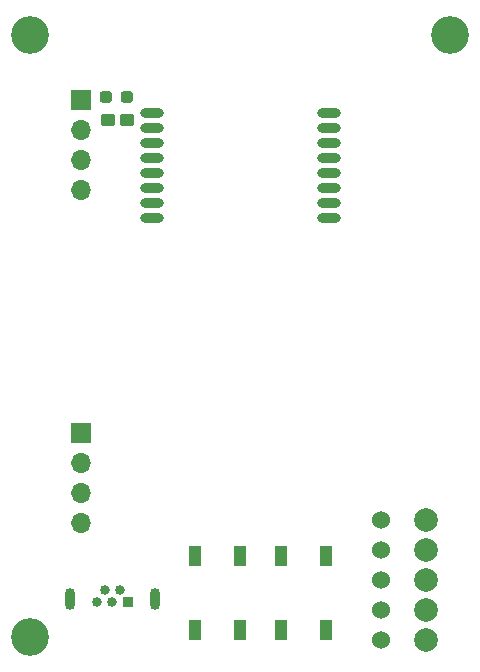
<source format=gts>
%TF.GenerationSoftware,KiCad,Pcbnew,(5.99.0-6613-ge739d5ba65)*%
%TF.CreationDate,2020-11-02T18:56:01+01:00*%
%TF.ProjectId,e28_tx,6532385f-7478-42e6-9b69-6361645f7063,rev?*%
%TF.SameCoordinates,PX5f5e100PY8f0d180*%
%TF.FileFunction,Soldermask,Top*%
%TF.FilePolarity,Negative*%
%FSLAX46Y46*%
G04 Gerber Fmt 4.6, Leading zero omitted, Abs format (unit mm)*
G04 Created by KiCad (PCBNEW (5.99.0-6613-ge739d5ba65)) date 2020-11-02 18:56:01*
%MOMM*%
%LPD*%
G01*
G04 APERTURE LIST*
G04 Aperture macros list*
%AMRoundRect*
0 Rectangle with rounded corners*
0 $1 Rounding radius*
0 $2 $3 $4 $5 $6 $7 $8 $9 X,Y pos of 4 corners*
0 Add a 4 corners polygon primitive as box body*
4,1,4,$2,$3,$4,$5,$6,$7,$8,$9,$2,$3,0*
0 Add four circle primitives for the rounded corners*
1,1,$1+$1,$2,$3,0*
1,1,$1+$1,$4,$5,0*
1,1,$1+$1,$6,$7,0*
1,1,$1+$1,$8,$9,0*
0 Add four rect primitives between the rounded corners*
20,1,$1+$1,$2,$3,$4,$5,0*
20,1,$1+$1,$4,$5,$6,$7,0*
20,1,$1+$1,$6,$7,$8,$9,0*
20,1,$1+$1,$8,$9,$2,$3,0*%
G04 Aperture macros list end*
%ADD10R,0.840000X0.840000*%
%ADD11C,0.840000*%
%ADD12O,0.850000X1.850000*%
%ADD13RoundRect,0.250000X0.375000X0.275000X-0.375000X0.275000X-0.375000X-0.275000X0.375000X-0.275000X0*%
%ADD14R,1.000000X1.700000*%
%ADD15RoundRect,0.237500X0.287500X0.237500X-0.287500X0.237500X-0.287500X-0.237500X0.287500X-0.237500X0*%
%ADD16O,2.000000X0.800000*%
%ADD17C,3.200000*%
%ADD18R,1.700000X1.700000*%
%ADD19O,1.700000X1.700000*%
%ADD20C,2.000000*%
%ADD21C,1.524000*%
G04 APERTURE END LIST*
D10*
%TO.C,J1*%
X10750000Y5500000D03*
D11*
X10100000Y6500000D03*
X9450000Y5500000D03*
X8800000Y6500000D03*
X8150000Y5500000D03*
D12*
X13025000Y5720000D03*
X5875000Y5720000D03*
%TD*%
D13*
%TO.C,C8*%
X10650000Y46250000D03*
X9050000Y46250000D03*
%TD*%
D14*
%TO.C,SW2*%
X23700000Y9400000D03*
X23700000Y3100000D03*
X27500000Y9400000D03*
X27500000Y3100000D03*
%TD*%
D15*
%TO.C,C9*%
X10675000Y48250000D03*
X8925000Y48250000D03*
%TD*%
D16*
%TO.C,U4*%
X12800000Y46890000D03*
X12800000Y45620000D03*
X12800000Y44350000D03*
X12800000Y43080000D03*
X12800000Y41810000D03*
X12800000Y40540000D03*
X12800000Y39270000D03*
X12800000Y38000000D03*
X27800000Y38000000D03*
X27800000Y39270000D03*
X27800000Y40540000D03*
X27800000Y41810000D03*
X27800000Y43080000D03*
X27800000Y44350000D03*
X27800000Y45620000D03*
X27800000Y46890000D03*
%TD*%
D17*
%TO.C,H2*%
X2500000Y53500000D03*
%TD*%
D18*
%TO.C,J4*%
X6750000Y19810000D03*
D19*
X6750000Y17270000D03*
X6750000Y14730000D03*
X6750000Y12190000D03*
%TD*%
D14*
%TO.C,SW1*%
X16450000Y3100000D03*
X16450000Y9400000D03*
X20250000Y9400000D03*
X20250000Y3100000D03*
%TD*%
D18*
%TO.C,J3*%
X6800000Y48000000D03*
D19*
X6800000Y45460000D03*
X6800000Y42920000D03*
X6800000Y40380000D03*
%TD*%
D17*
%TO.C,H3*%
X38000000Y53500000D03*
%TD*%
D20*
%TO.C,J2*%
X36000000Y7330000D03*
X36000000Y9870000D03*
X36000000Y2250000D03*
X36000000Y12410000D03*
X36000000Y4790000D03*
D21*
X32190000Y12410000D03*
X32190000Y9870000D03*
X32190000Y7330000D03*
X32190000Y4790000D03*
X32190000Y2250000D03*
%TD*%
D17*
%TO.C,H1*%
X2500000Y2500000D03*
%TD*%
M02*

</source>
